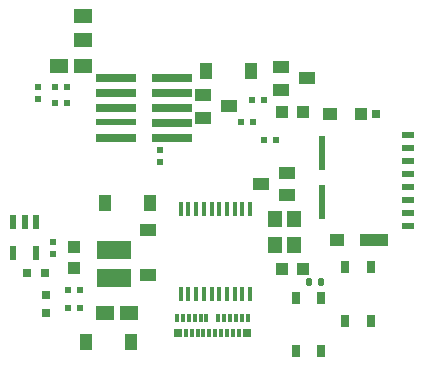
<source format=gbr>
G04 #@! TF.GenerationSoftware,KiCad,Pcbnew,7.0.7*
G04 #@! TF.CreationDate,2024-10-24T15:21:26-07:00*
G04 #@! TF.ProjectId,ESP_POE_1.4b,4553505f-504f-4455-9f31-2e34622e6b69,K*
G04 #@! TF.SameCoordinates,Original*
G04 #@! TF.FileFunction,Paste,Top*
G04 #@! TF.FilePolarity,Positive*
%FSLAX46Y46*%
G04 Gerber Fmt 4.6, Leading zero omitted, Abs format (unit mm)*
G04 Created by KiCad (PCBNEW 7.0.7) date 2024-10-24 15:21:26*
%MOMM*%
%LPD*%
G01*
G04 APERTURE LIST*
G04 Aperture macros list*
%AMRoundRect*
0 Rectangle with rounded corners*
0 $1 Rounding radius*
0 $2 $3 $4 $5 $6 $7 $8 $9 X,Y pos of 4 corners*
0 Add a 4 corners polygon primitive as box body*
4,1,4,$2,$3,$4,$5,$6,$7,$8,$9,$2,$3,0*
0 Add four circle primitives for the rounded corners*
1,1,$1+$1,$2,$3*
1,1,$1+$1,$4,$5*
1,1,$1+$1,$6,$7*
1,1,$1+$1,$8,$9*
0 Add four rect primitives between the rounded corners*
20,1,$1+$1,$2,$3,$4,$5,0*
20,1,$1+$1,$4,$5,$6,$7,0*
20,1,$1+$1,$6,$7,$8,$9,0*
20,1,$1+$1,$8,$9,$2,$3,0*%
G04 Aperture macros list end*
%ADD10R,1.524000X1.270000*%
%ADD11R,0.500000X0.550000*%
%ADD12R,1.016000X1.016000*%
%ADD13R,0.550000X1.200000*%
%ADD14R,0.800000X0.800000*%
%ADD15R,3.000000X1.600000*%
%ADD16R,1.400000X1.000000*%
%ADD17R,0.550000X0.500000*%
%ADD18R,0.325000X1.270000*%
%ADD19R,1.200000X1.400000*%
%ADD20R,1.000000X1.400000*%
%ADD21R,3.428302X0.660400*%
%ADD22R,3.428302X0.584200*%
%ADD23R,0.711200X0.990600*%
%ADD24RoundRect,0.135000X-0.135000X-0.185000X0.135000X-0.185000X0.135000X0.185000X-0.135000X0.185000X0*%
%ADD25R,0.300000X0.700000*%
%ADD26R,0.650000X0.700000*%
%ADD27R,0.558800X2.921000*%
%ADD28R,1.092200X1.041400*%
%ADD29R,1.193800X1.041400*%
%ADD30R,2.387600X1.041400*%
%ADD31R,0.990600X0.508000*%
%ADD32R,0.787400X0.711200*%
G04 APERTURE END LIST*
D10*
X77571600Y-134874000D03*
X79603600Y-134874000D03*
D11*
X77266800Y-137972800D03*
X78282800Y-137972800D03*
D12*
X78892400Y-151942800D03*
X78892400Y-150164800D03*
D13*
X75626000Y-148102800D03*
X74676000Y-148102800D03*
X73726000Y-148102800D03*
X73726000Y-150702800D03*
X75626000Y-150702800D03*
D11*
X79349600Y-153822400D03*
X78333600Y-153822400D03*
D14*
X76441300Y-152425400D03*
X74917300Y-152425400D03*
X76504800Y-154279600D03*
X76504800Y-155803600D03*
D11*
X78333600Y-155346400D03*
X79349600Y-155346400D03*
D15*
X82245200Y-152838000D03*
X82245200Y-150438000D03*
D12*
X96469200Y-138785600D03*
X98247200Y-138785600D03*
D10*
X83515200Y-155752800D03*
X81483200Y-155752800D03*
D12*
X96443800Y-152095200D03*
X98221800Y-152095200D03*
D16*
X96367600Y-134975600D03*
X96367600Y-136878060D03*
X98577400Y-135923020D03*
D11*
X94945200Y-137769600D03*
X93929200Y-137769600D03*
X93980000Y-139598400D03*
X92964000Y-139598400D03*
D16*
X96916240Y-145831560D03*
X96916240Y-143929100D03*
X94706440Y-144884140D03*
X89773760Y-137327640D03*
X89773760Y-139230100D03*
X91983560Y-138275060D03*
D11*
X77266800Y-136652000D03*
X78282800Y-136652000D03*
D17*
X86106000Y-143002000D03*
X86106000Y-141986000D03*
D11*
X95961200Y-141173200D03*
X94945200Y-141173200D03*
D18*
X87905400Y-154190700D03*
X88555400Y-154190700D03*
X89205400Y-154190700D03*
X89855400Y-154190700D03*
X90505400Y-154190700D03*
X91155400Y-154190700D03*
X91805400Y-154190700D03*
X92455400Y-154190700D03*
X93105400Y-154190700D03*
X93755400Y-154190700D03*
X93755400Y-146951700D03*
X93105400Y-146951700D03*
X92455400Y-146951700D03*
X91805400Y-146951700D03*
X91155400Y-146951700D03*
X90505400Y-146951700D03*
X89855400Y-146951700D03*
X89205400Y-146951700D03*
X88555400Y-146951700D03*
X87905400Y-146951700D03*
D19*
X95859600Y-147832800D03*
X97459600Y-150032800D03*
X97459600Y-147832800D03*
X95859600Y-150032800D03*
D16*
X85140800Y-152542400D03*
X85140800Y-148742400D03*
D20*
X81513600Y-146507200D03*
X85313600Y-146507200D03*
X90078400Y-135280400D03*
X93878400Y-135280400D03*
X83688000Y-158242000D03*
X79888000Y-158242000D03*
D10*
X79603600Y-132638800D03*
X79603600Y-130606800D03*
D21*
X82429002Y-135877300D03*
X87128700Y-135877300D03*
X82429002Y-137147300D03*
X87128700Y-137147300D03*
X82429002Y-138417300D03*
X87128700Y-138417300D03*
D22*
X82429002Y-139649200D03*
D21*
X87128700Y-139687300D03*
X82429002Y-140957300D03*
X87128700Y-140957300D03*
D17*
X77063600Y-150825200D03*
X77063600Y-149809200D03*
X75844400Y-137668000D03*
X75844400Y-136652000D03*
D23*
X101845801Y-156428001D03*
X101845801Y-151927999D03*
X103995799Y-156428001D03*
X103995799Y-151927999D03*
D24*
X98753200Y-153162000D03*
X99773200Y-153162000D03*
D25*
X87576400Y-156179400D03*
X88076400Y-156179400D03*
X88576400Y-156179400D03*
X89076400Y-156179400D03*
X89576400Y-156179400D03*
X90076400Y-156179400D03*
X91076400Y-156179400D03*
X91576400Y-156179400D03*
X92076400Y-156179400D03*
X92576400Y-156179400D03*
X93076400Y-156179400D03*
X93576400Y-156179400D03*
D26*
X93501400Y-157479400D03*
D25*
X92826400Y-157479400D03*
X92326400Y-157479400D03*
X91826400Y-157479400D03*
X91326400Y-157479400D03*
X90826400Y-157479400D03*
X90326400Y-157479400D03*
X89826400Y-157479400D03*
X89326400Y-157479400D03*
X88826400Y-157479400D03*
X88326400Y-157479400D03*
D26*
X87651400Y-157479400D03*
D27*
X99863900Y-146417000D03*
X99863900Y-142227000D03*
D28*
X103148900Y-138946999D03*
D29*
X100538900Y-138946999D03*
X101108901Y-149596965D03*
D30*
X104293901Y-149597001D03*
D31*
X107098899Y-140721999D03*
X107098899Y-141822000D03*
X107098899Y-142922000D03*
X107098899Y-144022000D03*
X107098899Y-145122001D03*
X107098899Y-146222001D03*
X107098899Y-147322002D03*
X107098899Y-148421999D03*
D32*
X104418900Y-138962000D03*
D23*
X97621202Y-159033602D03*
X97621202Y-154533600D03*
X99771200Y-159033602D03*
X99771200Y-154533600D03*
M02*

</source>
